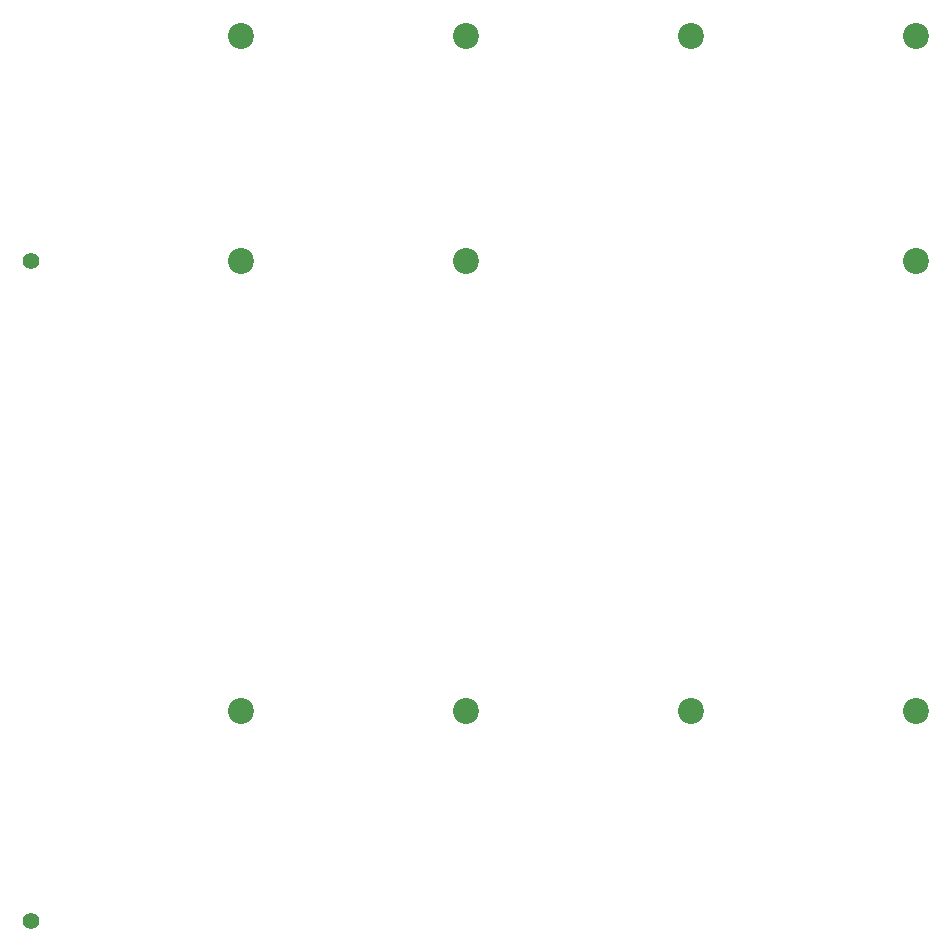
<source format=gbs>
G04 #@! TF.GenerationSoftware,KiCad,Pcbnew,(5.1.9)-1*
G04 #@! TF.CreationDate,2021-04-18T14:03:54+09:00*
G04 #@! TF.ProjectId,_____________,f3e135fa-7f28-4c8c-93d7-d7ecfcc82e6b,rev?*
G04 #@! TF.SameCoordinates,Original*
G04 #@! TF.FileFunction,Soldermask,Bot*
G04 #@! TF.FilePolarity,Negative*
%FSLAX46Y46*%
G04 Gerber Fmt 4.6, Leading zero omitted, Abs format (unit mm)*
G04 Created by KiCad (PCBNEW (5.1.9)-1) date 2021-04-18 14:03:54*
%MOMM*%
%LPD*%
G01*
G04 APERTURE LIST*
%ADD10C,2.200000*%
%ADD11C,1.400000*%
G04 APERTURE END LIST*
D10*
X57150000Y76200000D03*
X38100000Y76200000D03*
X38100000Y57150000D03*
X19050000Y76200000D03*
X19050000Y57150000D03*
X76200000Y76200000D03*
X76200000Y57150000D03*
X76200000Y19050000D03*
X57150000Y19050000D03*
X38100000Y19050000D03*
X19050000Y19050000D03*
D11*
X1225000Y1225000D03*
X1225000Y57150000D03*
M02*

</source>
